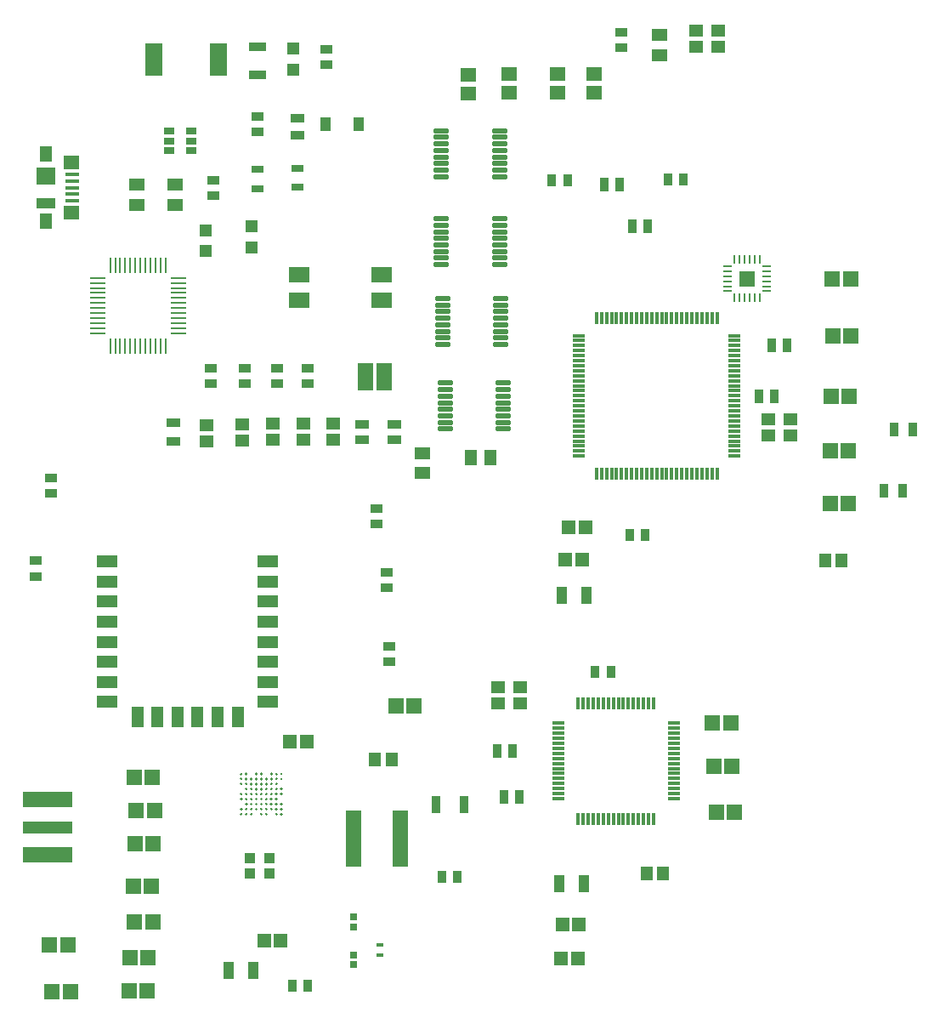
<source format=gtp>
G04*
G04 #@! TF.GenerationSoftware,Altium Limited,Altium Designer,25.8.1 (18)*
G04*
G04 Layer_Color=8421504*
%FSLAX44Y44*%
%MOMM*%
G71*
G04*
G04 #@! TF.SameCoordinates,5D46F635-8B12-49F8-90BD-38314D954B60*
G04*
G04*
G04 #@! TF.FilePolarity,Positive*
G04*
G01*
G75*
%ADD14C,0.1400*%
%ADD15R,1.6444X1.6444*%
%ADD16R,5.0000X1.2000*%
%ADD17R,5.0000X1.6000*%
%ADD18R,2.0000X1.2000*%
%ADD19R,1.2000X2.0000*%
%ADD20R,1.3098X0.9061*%
G04:AMPARAMS|DCode=21|XSize=1.5mm|YSize=0.45mm|CornerRadius=0.0495mm|HoleSize=0mm|Usage=FLASHONLY|Rotation=0.000|XOffset=0mm|YOffset=0mm|HoleType=Round|Shape=RoundedRectangle|*
%AMROUNDEDRECTD21*
21,1,1.5000,0.3510,0,0,0.0*
21,1,1.4010,0.4500,0,0,0.0*
1,1,0.0990,0.7005,-0.1755*
1,1,0.0990,-0.7005,-0.1755*
1,1,0.0990,-0.7005,0.1755*
1,1,0.0990,0.7005,0.1755*
%
%ADD21ROUNDEDRECTD21*%
%ADD22R,1.2000X0.3000*%
%ADD23R,0.3000X1.2000*%
G04:AMPARAMS|DCode=24|XSize=0.8611mm|YSize=0.2393mm|CornerRadius=0.1196mm|HoleSize=0mm|Usage=FLASHONLY|Rotation=0.000|XOffset=0mm|YOffset=0mm|HoleType=Round|Shape=RoundedRectangle|*
%AMROUNDEDRECTD24*
21,1,0.8611,0.0000,0,0,0.0*
21,1,0.6218,0.2393,0,0,0.0*
1,1,0.2393,0.3109,0.0000*
1,1,0.2393,-0.3109,0.0000*
1,1,0.2393,-0.3109,0.0000*
1,1,0.2393,0.3109,0.0000*
%
%ADD24ROUNDEDRECTD24*%
%ADD25R,1.3500X1.4500*%
%ADD26R,1.0000X1.8000*%
%ADD27R,1.4000X1.2000*%
%ADD28R,1.5000X1.5500*%
%ADD29R,0.9500X1.3500*%
%ADD30R,0.9061X1.3098*%
%ADD31R,1.5562X1.4546*%
%ADD32R,0.9500X1.4000*%
%ADD33R,1.2500X1.4500*%
%ADD34R,1.3061X1.5098*%
%ADD35R,0.9500X1.7000*%
%ADD36R,1.2000X1.2000*%
%ADD37R,1.3000X0.7000*%
%ADD38R,1.4500X1.3000*%
%ADD39R,1.7000X0.9500*%
%ADD40R,1.5098X1.3061*%
%ADD41R,1.3500X0.9500*%
%ADD42R,1.0000X0.7000*%
%ADD43R,1.3000X1.6500*%
%ADD44R,1.5500X1.4250*%
%ADD45R,1.3800X0.4500*%
%ADD46R,1.9000X1.8000*%
%ADD47R,1.9000X1.0000*%
%ADD48O,1.5500X0.2500*%
%ADD49O,0.2500X1.5500*%
%ADD50R,1.4000X0.9500*%
%ADD51R,0.7200X0.7200*%
%ADD52R,1.1000X1.0000*%
G04:AMPARAMS|DCode=53|XSize=0.2393mm|YSize=0.8611mm|CornerRadius=0.1196mm|HoleSize=0mm|Usage=FLASHONLY|Rotation=0.000|XOffset=0mm|YOffset=0mm|HoleType=Round|Shape=RoundedRectangle|*
%AMROUNDEDRECTD53*
21,1,0.2393,0.6218,0,0,0.0*
21,1,0.0000,0.8611,0,0,0.0*
1,1,0.2393,0.0000,-0.3109*
1,1,0.2393,0.0000,-0.3109*
1,1,0.2393,0.0000,0.3109*
1,1,0.2393,0.0000,0.3109*
%
%ADD53ROUNDEDRECTD53*%
%ADD54R,0.8611X0.2393*%
%ADD55R,2.1590X1.5240*%
%ADD56R,1.7200X3.2000*%
%ADD57R,1.3500X0.8500*%
%ADD58R,1.0000X1.4000*%
%ADD59R,1.5500X1.2500*%
%ADD60R,1.5000X2.7000*%
%ADD61R,1.5562X1.2552*%
%ADD62R,0.6600X0.4100*%
%ADD63R,1.6000X5.7000*%
D14*
X263110Y220980D02*
G03*
X263110Y220980I-700J0D01*
G01*
X258110D02*
G03*
X258110Y220980I-700J0D01*
G01*
X253110D02*
G03*
X253110Y220980I-700J0D01*
G01*
X248110D02*
G03*
X248110Y220980I-700J0D01*
G01*
X243110D02*
G03*
X243110Y220980I-700J0D01*
G01*
X238110D02*
G03*
X238110Y220980I-700J0D01*
G01*
X233110D02*
G03*
X233110Y220980I-700J0D01*
G01*
X228110D02*
G03*
X228110Y220980I-700J0D01*
G01*
X223110D02*
G03*
X223110Y220980I-700J0D01*
G01*
X258110Y215980D02*
G03*
X258110Y215980I-700J0D01*
G01*
X253110D02*
G03*
X253110Y215980I-700J0D01*
G01*
X248110D02*
G03*
X248110Y215980I-700J0D01*
G01*
X243110D02*
G03*
X243110Y215980I-700J0D01*
G01*
X238110D02*
G03*
X238110Y215980I-700J0D01*
G01*
X233110D02*
G03*
X233110Y215980I-700J0D01*
G01*
X228110D02*
G03*
X228110Y215980I-700J0D01*
G01*
X223110D02*
G03*
X223110Y215980I-700J0D01*
G01*
X263110Y225980D02*
G03*
X263110Y225980I-700J0D01*
G01*
X258110D02*
G03*
X258110Y225980I-700J0D01*
G01*
X253110D02*
G03*
X253110Y225980I-700J0D01*
G01*
X248110D02*
G03*
X248110Y225980I-700J0D01*
G01*
X243110D02*
G03*
X243110Y225980I-700J0D01*
G01*
X238110D02*
G03*
X238110Y225980I-700J0D01*
G01*
X233110D02*
G03*
X233110Y225980I-700J0D01*
G01*
X228110D02*
G03*
X228110Y225980I-700J0D01*
G01*
X258110Y230980D02*
G03*
X258110Y230980I-700J0D01*
G01*
X253110D02*
G03*
X253110Y230980I-700J0D01*
G01*
X248110D02*
G03*
X248110Y230980I-700J0D01*
G01*
X243110D02*
G03*
X243110Y230980I-700J0D01*
G01*
X238110D02*
G03*
X238110Y230980I-700J0D01*
G01*
X233110D02*
G03*
X233110Y230980I-700J0D01*
G01*
X228110D02*
G03*
X228110Y230980I-700J0D01*
G01*
X223110D02*
G03*
X223110Y230980I-700J0D01*
G01*
X263110Y210980D02*
G03*
X263110Y210980I-700J0D01*
G01*
X258110D02*
G03*
X258110Y210980I-700J0D01*
G01*
X253110D02*
G03*
X253110Y210980I-700J0D01*
G01*
X248110D02*
G03*
X248110Y210980I-700J0D01*
G01*
X243110D02*
G03*
X243110Y210980I-700J0D01*
G01*
X238110D02*
G03*
X238110Y210980I-700J0D01*
G01*
X233110D02*
G03*
X233110Y210980I-700J0D01*
G01*
X228110D02*
G03*
X228110Y210980I-700J0D01*
G01*
X263110Y235980D02*
G03*
X263110Y235980I-700J0D01*
G01*
X258110D02*
G03*
X258110Y235980I-700J0D01*
G01*
X253110D02*
G03*
X253110Y235980I-700J0D01*
G01*
X248110D02*
G03*
X248110Y235980I-700J0D01*
G01*
X243110D02*
G03*
X243110Y235980I-700J0D01*
G01*
X238110D02*
G03*
X238110Y235980I-700J0D01*
G01*
X233110D02*
G03*
X233110Y235980I-700J0D01*
G01*
X228110D02*
G03*
X228110Y235980I-700J0D01*
G01*
X223110D02*
G03*
X223110Y235980I-700J0D01*
G01*
X263110Y205980D02*
G03*
X263110Y205980I-700J0D01*
G01*
X258110D02*
G03*
X258110Y205980I-700J0D01*
G01*
X253110D02*
G03*
X253110Y205980I-700J0D01*
G01*
X248110D02*
G03*
X248110Y205980I-700J0D01*
G01*
X243110D02*
G03*
X243110Y205980I-700J0D01*
G01*
X238110D02*
G03*
X238110Y205980I-700J0D01*
G01*
X233110D02*
G03*
X233110Y205980I-700J0D01*
G01*
X228110D02*
G03*
X228110Y205980I-700J0D01*
G01*
X223110D02*
G03*
X223110Y205980I-700J0D01*
G01*
X263110Y200980D02*
G03*
X263110Y200980I-700J0D01*
G01*
X258110D02*
G03*
X258110Y200980I-700J0D01*
G01*
X248110D02*
G03*
X248110Y200980I-700J0D01*
G01*
X243110D02*
G03*
X243110Y200980I-700J0D01*
G01*
X233110D02*
G03*
X233110Y200980I-700J0D01*
G01*
X228110D02*
G03*
X228110Y200980I-700J0D01*
G01*
X223110D02*
G03*
X223110Y200980I-700J0D01*
G01*
X263110Y240980D02*
G03*
X263110Y240980I-700J0D01*
G01*
X258110D02*
G03*
X258110Y240980I-700J0D01*
G01*
X253110D02*
G03*
X253110Y240980I-700J0D01*
G01*
X243110D02*
G03*
X243110Y240980I-700J0D01*
G01*
X238110D02*
G03*
X238110Y240980I-700J0D01*
G01*
X228110D02*
G03*
X228110Y240980I-700J0D01*
G01*
X223110D02*
G03*
X223110Y240980I-700J0D01*
G01*
D15*
X726440Y734060D02*
D03*
D16*
X29420Y187960D02*
D03*
D17*
Y160260D02*
D03*
Y215660D02*
D03*
D18*
X248910Y312630D02*
D03*
Y332630D02*
D03*
Y352630D02*
D03*
Y372630D02*
D03*
Y392630D02*
D03*
Y412630D02*
D03*
Y432630D02*
D03*
Y452630D02*
D03*
X88910D02*
D03*
Y412630D02*
D03*
Y432630D02*
D03*
Y392630D02*
D03*
Y372630D02*
D03*
Y352630D02*
D03*
Y332630D02*
D03*
Y312630D02*
D03*
D19*
X218910Y297830D02*
D03*
X198910D02*
D03*
X178910D02*
D03*
X158910D02*
D03*
X138910D02*
D03*
X118910D02*
D03*
D20*
X367030Y442101D02*
D03*
X238760Y895491D02*
D03*
X257810Y645301D02*
D03*
X369570Y352779D02*
D03*
X307340Y962801D02*
D03*
Y947279D02*
D03*
X238760Y879969D02*
D03*
X194310Y816469D02*
D03*
Y831991D02*
D03*
X191770Y645160D02*
D03*
Y629639D02*
D03*
X226060Y645301D02*
D03*
Y629779D02*
D03*
X257810D02*
D03*
X288290Y645301D02*
D03*
Y629779D02*
D03*
X33020Y535940D02*
D03*
Y520419D02*
D03*
X17780Y437869D02*
D03*
Y453390D02*
D03*
X356870Y505601D02*
D03*
Y490079D02*
D03*
X367030Y426579D02*
D03*
X369570Y368300D02*
D03*
X600710Y979311D02*
D03*
Y963789D02*
D03*
D21*
X479850Y861770D02*
D03*
X483450Y604070D02*
D03*
X480910Y688190D02*
D03*
X479850Y855270D02*
D03*
Y767640D02*
D03*
X421850Y848770D02*
D03*
Y835770D02*
D03*
Y842270D02*
D03*
Y761140D02*
D03*
X422910Y681690D02*
D03*
Y668690D02*
D03*
Y675190D02*
D03*
X425450Y584570D02*
D03*
Y597570D02*
D03*
Y591070D02*
D03*
X421850Y754640D02*
D03*
Y748140D02*
D03*
Y881270D02*
D03*
X479850D02*
D03*
Y874770D02*
D03*
Y868270D02*
D03*
Y848770D02*
D03*
Y842270D02*
D03*
Y835770D02*
D03*
X421850Y855270D02*
D03*
Y861770D02*
D03*
Y868270D02*
D03*
Y874770D02*
D03*
X480910Y714190D02*
D03*
Y707690D02*
D03*
Y701190D02*
D03*
Y694690D02*
D03*
Y681690D02*
D03*
Y675190D02*
D03*
Y668690D02*
D03*
X422910Y688190D02*
D03*
Y694690D02*
D03*
Y701190D02*
D03*
Y707690D02*
D03*
Y714190D02*
D03*
X483450Y630070D02*
D03*
Y623570D02*
D03*
Y617070D02*
D03*
Y610570D02*
D03*
Y597570D02*
D03*
Y591070D02*
D03*
Y584570D02*
D03*
X425450Y604070D02*
D03*
Y610570D02*
D03*
Y617070D02*
D03*
Y623570D02*
D03*
Y630070D02*
D03*
X479850Y793640D02*
D03*
Y787140D02*
D03*
Y780640D02*
D03*
Y774140D02*
D03*
Y761140D02*
D03*
Y754640D02*
D03*
Y748140D02*
D03*
X421850Y767640D02*
D03*
Y774140D02*
D03*
Y780640D02*
D03*
Y787140D02*
D03*
Y793640D02*
D03*
D22*
X713800Y557460D02*
D03*
Y562460D02*
D03*
Y567460D02*
D03*
Y572460D02*
D03*
Y577460D02*
D03*
Y582460D02*
D03*
Y587460D02*
D03*
Y592460D02*
D03*
Y597460D02*
D03*
Y602460D02*
D03*
Y607460D02*
D03*
Y612460D02*
D03*
Y617460D02*
D03*
Y622460D02*
D03*
Y627460D02*
D03*
Y632460D02*
D03*
Y637460D02*
D03*
Y642460D02*
D03*
Y647460D02*
D03*
Y652460D02*
D03*
Y657460D02*
D03*
Y662460D02*
D03*
Y667460D02*
D03*
Y672460D02*
D03*
Y677460D02*
D03*
X558800D02*
D03*
Y672460D02*
D03*
Y667460D02*
D03*
Y662460D02*
D03*
Y657460D02*
D03*
Y652460D02*
D03*
Y647460D02*
D03*
Y642460D02*
D03*
Y637460D02*
D03*
Y632460D02*
D03*
Y627460D02*
D03*
Y622460D02*
D03*
Y617460D02*
D03*
Y612460D02*
D03*
Y607460D02*
D03*
Y602460D02*
D03*
Y597460D02*
D03*
Y592460D02*
D03*
Y587460D02*
D03*
Y582460D02*
D03*
Y577460D02*
D03*
Y572460D02*
D03*
Y567460D02*
D03*
Y562460D02*
D03*
Y557460D02*
D03*
X653130Y286500D02*
D03*
X538130Y236500D02*
D03*
X653130Y291500D02*
D03*
Y281500D02*
D03*
Y276500D02*
D03*
Y271500D02*
D03*
Y266500D02*
D03*
Y261500D02*
D03*
Y256500D02*
D03*
Y251500D02*
D03*
Y246500D02*
D03*
Y241500D02*
D03*
Y236500D02*
D03*
Y231500D02*
D03*
Y226500D02*
D03*
Y221500D02*
D03*
Y216500D02*
D03*
X538130D02*
D03*
Y221500D02*
D03*
Y226500D02*
D03*
Y231500D02*
D03*
Y241500D02*
D03*
Y246500D02*
D03*
Y251500D02*
D03*
Y256500D02*
D03*
Y261500D02*
D03*
Y266500D02*
D03*
Y271500D02*
D03*
Y276500D02*
D03*
Y281500D02*
D03*
Y286500D02*
D03*
Y291500D02*
D03*
D23*
X696300Y694960D02*
D03*
X691300D02*
D03*
X686300D02*
D03*
X681300D02*
D03*
X676300D02*
D03*
X671300D02*
D03*
X666300D02*
D03*
X661300D02*
D03*
X656300D02*
D03*
X651300D02*
D03*
X646300D02*
D03*
X641300D02*
D03*
X636300D02*
D03*
X631300D02*
D03*
X626300D02*
D03*
X621300D02*
D03*
X616300D02*
D03*
X611300D02*
D03*
X606300D02*
D03*
X601300D02*
D03*
X596300D02*
D03*
X591300D02*
D03*
X586300D02*
D03*
X581300D02*
D03*
X576300D02*
D03*
Y539960D02*
D03*
X581300D02*
D03*
X586300D02*
D03*
X591300D02*
D03*
X596300D02*
D03*
X601300D02*
D03*
X606300D02*
D03*
X611300D02*
D03*
X616300D02*
D03*
X621300D02*
D03*
X626300D02*
D03*
X631300D02*
D03*
X636300D02*
D03*
X641300D02*
D03*
X646300D02*
D03*
X651300D02*
D03*
X656300D02*
D03*
X661300D02*
D03*
X666300D02*
D03*
X671300D02*
D03*
X676300D02*
D03*
X681300D02*
D03*
X686300D02*
D03*
X691300D02*
D03*
X696300D02*
D03*
X628130Y196500D02*
D03*
X563130Y311500D02*
D03*
Y196500D02*
D03*
X558130Y311500D02*
D03*
X568130D02*
D03*
X573130D02*
D03*
X578130D02*
D03*
X583130D02*
D03*
X588130D02*
D03*
X593130D02*
D03*
X598130D02*
D03*
X603130D02*
D03*
X608130D02*
D03*
X613130D02*
D03*
X618130D02*
D03*
X623130D02*
D03*
X628130D02*
D03*
X633130D02*
D03*
Y196500D02*
D03*
X623130D02*
D03*
X618130D02*
D03*
X613130D02*
D03*
X608130D02*
D03*
X603130D02*
D03*
X598130D02*
D03*
X593130D02*
D03*
X588130D02*
D03*
X583130D02*
D03*
X578130D02*
D03*
X573130D02*
D03*
X568130D02*
D03*
X558130D02*
D03*
D24*
X745695Y741560D02*
D03*
Y746560D02*
D03*
Y721560D02*
D03*
Y736560D02*
D03*
Y726560D02*
D03*
Y731560D02*
D03*
X707185Y721560D02*
D03*
Y726560D02*
D03*
Y731560D02*
D03*
Y736560D02*
D03*
Y741560D02*
D03*
D25*
X548650Y486410D02*
D03*
X545470Y454660D02*
D03*
X565150Y486410D02*
D03*
X561970Y454660D02*
D03*
X557530Y57150D02*
D03*
X542300Y91440D02*
D03*
X287730Y273130D02*
D03*
X245200Y74930D02*
D03*
X558800Y91440D02*
D03*
X541030Y57150D02*
D03*
X261700Y74930D02*
D03*
X271230Y273130D02*
D03*
D26*
X566420Y419100D02*
D03*
X541420D02*
D03*
X234750Y45720D02*
D03*
X209750D02*
D03*
X563880Y132080D02*
D03*
X538880D02*
D03*
D27*
X747620Y577850D02*
D03*
X769620Y593850D02*
D03*
Y577850D02*
D03*
X747620Y593850D02*
D03*
X675230Y981200D02*
D03*
X697230D02*
D03*
Y965200D02*
D03*
X675230D02*
D03*
X478380Y327660D02*
D03*
X500380D02*
D03*
Y311660D02*
D03*
X478380D02*
D03*
D28*
X811310Y734060D02*
D03*
X811530Y676910D02*
D03*
X810040Y617220D02*
D03*
X808990Y562610D02*
D03*
Y510540D02*
D03*
X693200Y248920D02*
D03*
X692040Y292100D02*
D03*
X695740Y203200D02*
D03*
X394410Y308690D02*
D03*
X116060Y237570D02*
D03*
X117890Y204470D02*
D03*
X116620Y171450D02*
D03*
X116280Y94060D02*
D03*
X114790Y129620D02*
D03*
X31530Y71120D02*
D03*
X111540Y58420D02*
D03*
X110980Y25480D02*
D03*
X34070Y24130D02*
D03*
X376410Y308690D02*
D03*
X826990Y562610D02*
D03*
Y510540D02*
D03*
X128980Y25480D02*
D03*
X129540Y58420D02*
D03*
X132790Y129620D02*
D03*
X134280Y94060D02*
D03*
X134620Y171450D02*
D03*
X135890Y204470D02*
D03*
X52070Y24130D02*
D03*
X49530Y71120D02*
D03*
X134060Y237570D02*
D03*
X710040Y292100D02*
D03*
X711200Y248920D02*
D03*
X713740Y203200D02*
D03*
X829310Y734060D02*
D03*
X829530Y676910D02*
D03*
X828040Y617220D02*
D03*
D29*
X750810Y668020D02*
D03*
X738110Y617220D02*
D03*
X584440Y828040D02*
D03*
X612260Y786130D02*
D03*
X484110Y218440D02*
D03*
X477760Y264160D02*
D03*
X492760D02*
D03*
X499110Y218440D02*
D03*
X753110Y617220D02*
D03*
X627260Y786130D02*
D03*
X599440Y828040D02*
D03*
X765810Y668020D02*
D03*
D30*
X647419Y833120D02*
D03*
X531849Y831850D02*
D03*
X609459Y478790D02*
D03*
X575029Y342900D02*
D03*
X437590Y138510D02*
D03*
X289000Y30560D02*
D03*
X624981Y478790D02*
D03*
X422068Y138510D02*
D03*
X662940Y833120D02*
D03*
X547370Y831850D02*
D03*
X273478Y30560D02*
D03*
X590550Y342900D02*
D03*
D31*
X574040Y919480D02*
D03*
X488950Y919112D02*
D03*
X537210D02*
D03*
X448310Y918744D02*
D03*
X574040Y937996D02*
D03*
X537210Y937628D02*
D03*
X448310Y937260D02*
D03*
X488950Y937628D02*
D03*
D32*
X891540Y584200D02*
D03*
X881380Y523240D02*
D03*
X862880D02*
D03*
X873040Y584200D02*
D03*
D33*
X803920Y453390D02*
D03*
X626120Y142240D02*
D03*
X372110Y255270D02*
D03*
X355610D02*
D03*
X642620Y142240D02*
D03*
X820420Y453390D02*
D03*
D34*
X450850Y556260D02*
D03*
X470371D02*
D03*
D35*
X444500Y210820D02*
D03*
X416500D02*
D03*
D36*
X274320Y942340D02*
D03*
X232410Y786130D02*
D03*
X186690Y782320D02*
D03*
X274320Y963340D02*
D03*
X232410Y765130D02*
D03*
X186690Y761320D02*
D03*
D37*
X278130Y824890D02*
D03*
X238760Y823620D02*
D03*
X278130Y843890D02*
D03*
X238760Y842620D02*
D03*
D38*
X284480Y589660D02*
D03*
X254000D02*
D03*
X313690Y573660D02*
D03*
X223520Y589280D02*
D03*
X187960Y588390D02*
D03*
X313690Y589660D02*
D03*
X284480Y573660D02*
D03*
X254000D02*
D03*
X223520Y573280D02*
D03*
X187960Y572390D02*
D03*
D39*
X238760Y937230D02*
D03*
Y965230D02*
D03*
D40*
X402590Y560070D02*
D03*
Y540549D02*
D03*
D41*
X342900Y574160D02*
D03*
X374650D02*
D03*
Y589160D02*
D03*
X342900D02*
D03*
D42*
X172720Y861720D02*
D03*
Y880720D02*
D03*
Y871220D02*
D03*
X150730Y861720D02*
D03*
Y871220D02*
D03*
Y880720D02*
D03*
D43*
X27590Y858505D02*
D03*
Y791005D02*
D03*
D44*
X53340Y849630D02*
D03*
Y799880D02*
D03*
D45*
X54190Y811755D02*
D03*
Y818255D02*
D03*
Y824755D02*
D03*
Y831255D02*
D03*
Y837755D02*
D03*
D46*
X27590Y836255D02*
D03*
D47*
Y809255D02*
D03*
D48*
X159630Y729890D02*
D03*
X79130Y699890D02*
D03*
X159630Y734890D02*
D03*
Y724890D02*
D03*
Y719890D02*
D03*
Y714890D02*
D03*
Y709890D02*
D03*
Y704890D02*
D03*
Y699890D02*
D03*
Y694890D02*
D03*
Y689890D02*
D03*
Y684890D02*
D03*
Y679890D02*
D03*
X79130D02*
D03*
Y684890D02*
D03*
Y689890D02*
D03*
Y694890D02*
D03*
Y704890D02*
D03*
Y709890D02*
D03*
Y714890D02*
D03*
Y719890D02*
D03*
Y724890D02*
D03*
Y729890D02*
D03*
Y734890D02*
D03*
D49*
X141880Y667140D02*
D03*
X96880Y747640D02*
D03*
X91880D02*
D03*
X101880D02*
D03*
X106880D02*
D03*
X111880D02*
D03*
X116880D02*
D03*
X121880D02*
D03*
X126880D02*
D03*
X131880D02*
D03*
X136880D02*
D03*
X141880D02*
D03*
X146880D02*
D03*
Y667140D02*
D03*
X136880D02*
D03*
X131880D02*
D03*
X126880D02*
D03*
X121880D02*
D03*
X116880D02*
D03*
X111880D02*
D03*
X106880D02*
D03*
X101880D02*
D03*
X96880D02*
D03*
X91880D02*
D03*
D50*
X154940Y590910D02*
D03*
Y572410D02*
D03*
D51*
X334720Y88980D02*
D03*
Y51040D02*
D03*
Y98980D02*
D03*
Y61040D02*
D03*
D52*
X250190Y142240D02*
D03*
X231190Y157240D02*
D03*
X250190D02*
D03*
X231190Y142240D02*
D03*
D53*
X738940Y714805D02*
D03*
X733940D02*
D03*
X713940Y753315D02*
D03*
X718940D02*
D03*
X723940D02*
D03*
X728940D02*
D03*
X733940D02*
D03*
X738940D02*
D03*
X728940Y714805D02*
D03*
X723940D02*
D03*
X718940D02*
D03*
X713940D02*
D03*
D54*
X707185Y746560D02*
D03*
D55*
X280035Y712470D02*
D03*
Y737870D02*
D03*
X362585D02*
D03*
Y712470D02*
D03*
D56*
X135590Y952500D02*
D03*
X199690D02*
D03*
D57*
X278130Y893440D02*
D03*
Y876940D02*
D03*
D58*
X306080Y887730D02*
D03*
X339080D02*
D03*
D59*
X156210Y828130D02*
D03*
Y807630D02*
D03*
X118110Y828130D02*
D03*
Y807630D02*
D03*
D60*
X365100Y636270D02*
D03*
X346100D02*
D03*
D61*
X638810Y956310D02*
D03*
Y976820D02*
D03*
D62*
X360680Y71060D02*
D03*
Y60960D02*
D03*
D63*
X381090Y176530D02*
D03*
X334090D02*
D03*
M02*

</source>
